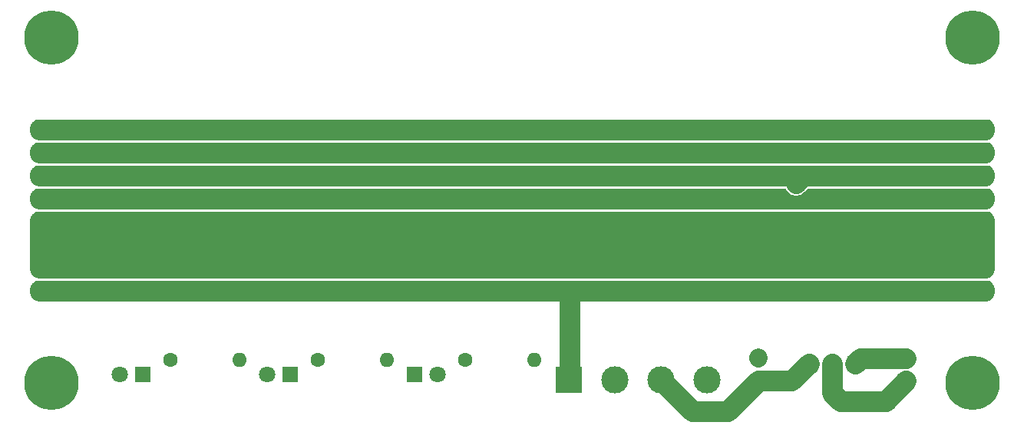
<source format=gbr>
G04 #@! TF.FileFunction,Copper,L2,Bot,Signal*
%FSLAX46Y46*%
G04 Gerber Fmt 4.6, Leading zero omitted, Abs format (unit mm)*
G04 Created by KiCad (PCBNEW 4.0.6) date Wed Jun 28 00:25:45 2017*
%MOMM*%
%LPD*%
G01*
G04 APERTURE LIST*
%ADD10C,0.100000*%
%ADD11R,1.727200X1.727200*%
%ADD12O,1.727200X1.727200*%
%ADD13R,1.700000X1.700000*%
%ADD14O,1.700000X1.700000*%
%ADD15R,1.600000X1.600000*%
%ADD16C,1.600000*%
%ADD17R,1.800000X1.800000*%
%ADD18C,1.800000*%
%ADD19C,3.000000*%
%ADD20R,3.000000X3.000000*%
%ADD21O,1.600000X1.600000*%
%ADD22O,1.800000X1.800000*%
%ADD23C,6.000000*%
%ADD24C,0.600000*%
%ADD25C,0.685800*%
%ADD26C,2.286000*%
%ADD27C,2.032000*%
%ADD28C,0.254000*%
G04 APERTURE END LIST*
D10*
D11*
X69850000Y-76200000D03*
D12*
X72390000Y-76200000D03*
X69850000Y-78740000D03*
X72390000Y-78740000D03*
X69850000Y-81280000D03*
X72390000Y-81280000D03*
X69850000Y-83820000D03*
X72390000Y-83820000D03*
X69850000Y-86360000D03*
X72390000Y-86360000D03*
X69850000Y-88900000D03*
X72390000Y-88900000D03*
X69850000Y-91440000D03*
X72390000Y-91440000D03*
X69850000Y-93980000D03*
X72390000Y-93980000D03*
D11*
X171450000Y-76200000D03*
D12*
X173990000Y-76200000D03*
X171450000Y-78740000D03*
X173990000Y-78740000D03*
X171450000Y-81280000D03*
X173990000Y-81280000D03*
X171450000Y-83820000D03*
X173990000Y-83820000D03*
X171450000Y-86360000D03*
X173990000Y-86360000D03*
X171450000Y-88900000D03*
X173990000Y-88900000D03*
X171450000Y-91440000D03*
X173990000Y-91440000D03*
X171450000Y-93980000D03*
X173990000Y-93980000D03*
D11*
X120650000Y-76200000D03*
D12*
X123190000Y-76200000D03*
X120650000Y-78740000D03*
X123190000Y-78740000D03*
X120650000Y-81280000D03*
X123190000Y-81280000D03*
X120650000Y-83820000D03*
X123190000Y-83820000D03*
X120650000Y-86360000D03*
X123190000Y-86360000D03*
X120650000Y-88900000D03*
X123190000Y-88900000D03*
X120650000Y-91440000D03*
X123190000Y-91440000D03*
X120650000Y-93980000D03*
X123190000Y-93980000D03*
D11*
X133350000Y-76200000D03*
D12*
X135890000Y-76200000D03*
X133350000Y-78740000D03*
X135890000Y-78740000D03*
X133350000Y-81280000D03*
X135890000Y-81280000D03*
X133350000Y-83820000D03*
X135890000Y-83820000D03*
X133350000Y-86360000D03*
X135890000Y-86360000D03*
X133350000Y-88900000D03*
X135890000Y-88900000D03*
X133350000Y-91440000D03*
X135890000Y-91440000D03*
X133350000Y-93980000D03*
X135890000Y-93980000D03*
D11*
X146050000Y-76200000D03*
D12*
X148590000Y-76200000D03*
X146050000Y-78740000D03*
X148590000Y-78740000D03*
X146050000Y-81280000D03*
X148590000Y-81280000D03*
X146050000Y-83820000D03*
X148590000Y-83820000D03*
X146050000Y-86360000D03*
X148590000Y-86360000D03*
X146050000Y-88900000D03*
X148590000Y-88900000D03*
X146050000Y-91440000D03*
X148590000Y-91440000D03*
X146050000Y-93980000D03*
X148590000Y-93980000D03*
D11*
X158750000Y-76200000D03*
D12*
X161290000Y-76200000D03*
X158750000Y-78740000D03*
X161290000Y-78740000D03*
X158750000Y-81280000D03*
X161290000Y-81280000D03*
X158750000Y-83820000D03*
X161290000Y-83820000D03*
X158750000Y-86360000D03*
X161290000Y-86360000D03*
X158750000Y-88900000D03*
X161290000Y-88900000D03*
X158750000Y-91440000D03*
X161290000Y-91440000D03*
X158750000Y-93980000D03*
X161290000Y-93980000D03*
D13*
X171450000Y-76200000D03*
D14*
X173990000Y-76200000D03*
X171450000Y-78740000D03*
X173990000Y-78740000D03*
X171450000Y-81280000D03*
X173990000Y-81280000D03*
X171450000Y-83820000D03*
X173990000Y-83820000D03*
X171450000Y-86360000D03*
X173990000Y-86360000D03*
X171450000Y-88900000D03*
X173990000Y-88900000D03*
X171450000Y-91440000D03*
X173990000Y-91440000D03*
X171450000Y-93980000D03*
X173990000Y-93980000D03*
D13*
X72390000Y-76200000D03*
D14*
X69850000Y-76200000D03*
X72390000Y-78740000D03*
X69850000Y-78740000D03*
X72390000Y-81280000D03*
X69850000Y-81280000D03*
X72390000Y-83820000D03*
X69850000Y-83820000D03*
X72390000Y-86360000D03*
X69850000Y-86360000D03*
X72390000Y-88900000D03*
X69850000Y-88900000D03*
X72390000Y-91440000D03*
X69850000Y-91440000D03*
X72390000Y-93980000D03*
X69850000Y-93980000D03*
D15*
X149072600Y-103936800D03*
D16*
X149072600Y-101436800D03*
D15*
X165328600Y-103936800D03*
D16*
X165328600Y-101436800D03*
D17*
X111125000Y-103251000D03*
D18*
X113665000Y-103251000D03*
D17*
X97409000Y-103251000D03*
D18*
X94869000Y-103251000D03*
D17*
X81153000Y-103251000D03*
D18*
X78613000Y-103251000D03*
D19*
X133273800Y-103835200D03*
X138353800Y-103835200D03*
D20*
X128193800Y-103835200D03*
D19*
X143433800Y-103835200D03*
D16*
X116713000Y-101600000D03*
D21*
X124333000Y-101600000D03*
D16*
X100457000Y-101600000D03*
D21*
X108077000Y-101600000D03*
D16*
X84201000Y-101600000D03*
D21*
X91821000Y-101600000D03*
D17*
X159740600Y-102031800D03*
D22*
X157200600Y-102031800D03*
X154660600Y-102031800D03*
D11*
X82550000Y-76200000D03*
D12*
X85090000Y-76200000D03*
X82550000Y-78740000D03*
X85090000Y-78740000D03*
X82550000Y-81280000D03*
X85090000Y-81280000D03*
X82550000Y-83820000D03*
X85090000Y-83820000D03*
X82550000Y-86360000D03*
X85090000Y-86360000D03*
X82550000Y-88900000D03*
X85090000Y-88900000D03*
X82550000Y-91440000D03*
X85090000Y-91440000D03*
X82550000Y-93980000D03*
X85090000Y-93980000D03*
D11*
X95250000Y-76200000D03*
D12*
X97790000Y-76200000D03*
X95250000Y-78740000D03*
X97790000Y-78740000D03*
X95250000Y-81280000D03*
X97790000Y-81280000D03*
X95250000Y-83820000D03*
X97790000Y-83820000D03*
X95250000Y-86360000D03*
X97790000Y-86360000D03*
X95250000Y-88900000D03*
X97790000Y-88900000D03*
X95250000Y-91440000D03*
X97790000Y-91440000D03*
X95250000Y-93980000D03*
X97790000Y-93980000D03*
D11*
X107950000Y-76200000D03*
D12*
X110490000Y-76200000D03*
X107950000Y-78740000D03*
X110490000Y-78740000D03*
X107950000Y-81280000D03*
X110490000Y-81280000D03*
X107950000Y-83820000D03*
X110490000Y-83820000D03*
X107950000Y-86360000D03*
X110490000Y-86360000D03*
X107950000Y-88900000D03*
X110490000Y-88900000D03*
X107950000Y-91440000D03*
X110490000Y-91440000D03*
X107950000Y-93980000D03*
X110490000Y-93980000D03*
D23*
X71120000Y-104140000D03*
D24*
X73370000Y-104140000D03*
X72710990Y-105730990D03*
X71120000Y-106390000D03*
X69529010Y-105730990D03*
X68870000Y-104140000D03*
X69529010Y-102549010D03*
X71120000Y-101890000D03*
X72710990Y-102549010D03*
D23*
X71120000Y-66040000D03*
D24*
X73370000Y-66040000D03*
X72710990Y-67630990D03*
X71120000Y-68290000D03*
X69529010Y-67630990D03*
X68870000Y-66040000D03*
X69529010Y-64449010D03*
X71120000Y-63790000D03*
X72710990Y-64449010D03*
D23*
X172720000Y-104140000D03*
D24*
X174970000Y-104140000D03*
X174310990Y-105730990D03*
X172720000Y-106390000D03*
X171129010Y-105730990D03*
X170470000Y-104140000D03*
X171129010Y-102549010D03*
X172720000Y-101890000D03*
X174310990Y-102549010D03*
D23*
X172720000Y-66040000D03*
D24*
X174970000Y-66040000D03*
X174310990Y-67630990D03*
X172720000Y-68290000D03*
X171129010Y-67630990D03*
X170470000Y-66040000D03*
X171129010Y-64449010D03*
X172720000Y-63790000D03*
X174310990Y-64449010D03*
D25*
X155321000Y-81356200D03*
X90170000Y-81280000D03*
X140970000Y-83820000D03*
X102870000Y-83820000D03*
X151765000Y-88900000D03*
X166370000Y-88900000D03*
X128270000Y-88900000D03*
X115570000Y-88900000D03*
X91440000Y-88900000D03*
X77470000Y-88900000D03*
D26*
X154000200Y-81356200D02*
X153187400Y-82169000D01*
X155321000Y-81356200D02*
X154000200Y-81356200D01*
X157200600Y-102031800D02*
X157226000Y-102057200D01*
X157226000Y-102057200D02*
X157226000Y-105283000D01*
X157226000Y-105283000D02*
X158115000Y-106172000D01*
X158115000Y-106172000D02*
X163093400Y-106172000D01*
X163093400Y-106172000D02*
X165328600Y-103936800D01*
X138353800Y-103835200D02*
X141833600Y-107315000D01*
X145694400Y-107315000D02*
X149072600Y-103936800D01*
X141833600Y-107315000D02*
X145694400Y-107315000D01*
X149072600Y-103936800D02*
X149085300Y-103949500D01*
X149085300Y-103949500D02*
X152742900Y-103949500D01*
X152742900Y-103949500D02*
X154660600Y-102031800D01*
X159740600Y-102031800D02*
X160335600Y-101436800D01*
X160335600Y-101436800D02*
X165328600Y-101436800D01*
D27*
X149072600Y-101436800D02*
X149112600Y-101396800D01*
D26*
X128193800Y-103835200D02*
X128270000Y-103759000D01*
X128270000Y-103759000D02*
X128270000Y-93980000D01*
D28*
G36*
X174466130Y-85412752D02*
X174748545Y-85601455D01*
X174937248Y-85883870D01*
X175006000Y-86229509D01*
X175006000Y-91570491D01*
X174937248Y-91916130D01*
X174748545Y-92198545D01*
X174466130Y-92387248D01*
X174120491Y-92456000D01*
X69719509Y-92456000D01*
X69373870Y-92387248D01*
X69091455Y-92198545D01*
X68902752Y-91916130D01*
X68834000Y-91570491D01*
X68834000Y-86229509D01*
X68902752Y-85883870D01*
X69091455Y-85601455D01*
X69373870Y-85412752D01*
X69719509Y-85344000D01*
X174120491Y-85344000D01*
X174466130Y-85412752D01*
X174466130Y-85412752D01*
G37*
X174466130Y-85412752D02*
X174748545Y-85601455D01*
X174937248Y-85883870D01*
X175006000Y-86229509D01*
X175006000Y-91570491D01*
X174937248Y-91916130D01*
X174748545Y-92198545D01*
X174466130Y-92387248D01*
X174120491Y-92456000D01*
X69719509Y-92456000D01*
X69373870Y-92387248D01*
X69091455Y-92198545D01*
X68902752Y-91916130D01*
X68834000Y-91570491D01*
X68834000Y-86229509D01*
X68902752Y-85883870D01*
X69091455Y-85601455D01*
X69373870Y-85412752D01*
X69719509Y-85344000D01*
X174120491Y-85344000D01*
X174466130Y-85412752D01*
G36*
X174466130Y-93032752D02*
X174748545Y-93221455D01*
X174937248Y-93503870D01*
X175006000Y-93849509D01*
X175006000Y-94110491D01*
X174937248Y-94456130D01*
X174748545Y-94738545D01*
X174466130Y-94927248D01*
X174120491Y-94996000D01*
X69719509Y-94996000D01*
X69373870Y-94927248D01*
X69091455Y-94738545D01*
X68902752Y-94456130D01*
X68834000Y-94110491D01*
X68834000Y-93849509D01*
X68902752Y-93503870D01*
X69091455Y-93221455D01*
X69373870Y-93032752D01*
X69719509Y-92964000D01*
X174120491Y-92964000D01*
X174466130Y-93032752D01*
X174466130Y-93032752D01*
G37*
X174466130Y-93032752D02*
X174748545Y-93221455D01*
X174937248Y-93503870D01*
X175006000Y-93849509D01*
X175006000Y-94110491D01*
X174937248Y-94456130D01*
X174748545Y-94738545D01*
X174466130Y-94927248D01*
X174120491Y-94996000D01*
X69719509Y-94996000D01*
X69373870Y-94927248D01*
X69091455Y-94738545D01*
X68902752Y-94456130D01*
X68834000Y-94110491D01*
X68834000Y-93849509D01*
X68902752Y-93503870D01*
X69091455Y-93221455D01*
X69373870Y-93032752D01*
X69719509Y-92964000D01*
X174120491Y-92964000D01*
X174466130Y-93032752D01*
G36*
X152181611Y-83174789D02*
X152643071Y-83483126D01*
X153187400Y-83591400D01*
X153731729Y-83483126D01*
X154193189Y-83174789D01*
X154563978Y-82804000D01*
X174120491Y-82804000D01*
X174466130Y-82872752D01*
X174748545Y-83061455D01*
X174937248Y-83343870D01*
X175006000Y-83689509D01*
X175006000Y-83950491D01*
X174937248Y-84296130D01*
X174748545Y-84578545D01*
X174466130Y-84767248D01*
X174120491Y-84836000D01*
X69719509Y-84836000D01*
X69373870Y-84767248D01*
X69091455Y-84578545D01*
X68902752Y-84296130D01*
X68834000Y-83950491D01*
X68834000Y-83689509D01*
X68902752Y-83343870D01*
X69091455Y-83061455D01*
X69373870Y-82872752D01*
X69719509Y-82804000D01*
X151933858Y-82804000D01*
X152181611Y-83174789D01*
X152181611Y-83174789D01*
G37*
X152181611Y-83174789D02*
X152643071Y-83483126D01*
X153187400Y-83591400D01*
X153731729Y-83483126D01*
X154193189Y-83174789D01*
X154563978Y-82804000D01*
X174120491Y-82804000D01*
X174466130Y-82872752D01*
X174748545Y-83061455D01*
X174937248Y-83343870D01*
X175006000Y-83689509D01*
X175006000Y-83950491D01*
X174937248Y-84296130D01*
X174748545Y-84578545D01*
X174466130Y-84767248D01*
X174120491Y-84836000D01*
X69719509Y-84836000D01*
X69373870Y-84767248D01*
X69091455Y-84578545D01*
X68902752Y-84296130D01*
X68834000Y-83950491D01*
X68834000Y-83689509D01*
X68902752Y-83343870D01*
X69091455Y-83061455D01*
X69373870Y-82872752D01*
X69719509Y-82804000D01*
X151933858Y-82804000D01*
X152181611Y-83174789D01*
G36*
X174466130Y-80332752D02*
X174748545Y-80521455D01*
X174937248Y-80803870D01*
X175006000Y-81149509D01*
X175006000Y-81410491D01*
X174937248Y-81756130D01*
X174748545Y-82038545D01*
X174466130Y-82227248D01*
X174120491Y-82296000D01*
X69719509Y-82296000D01*
X69373870Y-82227248D01*
X69091455Y-82038545D01*
X68902752Y-81756130D01*
X68834000Y-81410491D01*
X68834000Y-81149509D01*
X68902752Y-80803870D01*
X69091455Y-80521455D01*
X69373870Y-80332752D01*
X69719509Y-80264000D01*
X174120491Y-80264000D01*
X174466130Y-80332752D01*
X174466130Y-80332752D01*
G37*
X174466130Y-80332752D02*
X174748545Y-80521455D01*
X174937248Y-80803870D01*
X175006000Y-81149509D01*
X175006000Y-81410491D01*
X174937248Y-81756130D01*
X174748545Y-82038545D01*
X174466130Y-82227248D01*
X174120491Y-82296000D01*
X69719509Y-82296000D01*
X69373870Y-82227248D01*
X69091455Y-82038545D01*
X68902752Y-81756130D01*
X68834000Y-81410491D01*
X68834000Y-81149509D01*
X68902752Y-80803870D01*
X69091455Y-80521455D01*
X69373870Y-80332752D01*
X69719509Y-80264000D01*
X174120491Y-80264000D01*
X174466130Y-80332752D01*
G36*
X174466130Y-77792752D02*
X174748545Y-77981455D01*
X174937248Y-78263870D01*
X175006000Y-78609509D01*
X175006000Y-78870491D01*
X174937248Y-79216130D01*
X174748545Y-79498545D01*
X174466130Y-79687248D01*
X174120491Y-79756000D01*
X69719509Y-79756000D01*
X69373870Y-79687248D01*
X69091455Y-79498545D01*
X68902752Y-79216130D01*
X68834000Y-78870491D01*
X68834000Y-78609509D01*
X68902752Y-78263870D01*
X69091455Y-77981455D01*
X69373870Y-77792752D01*
X69719509Y-77724000D01*
X174120491Y-77724000D01*
X174466130Y-77792752D01*
X174466130Y-77792752D01*
G37*
X174466130Y-77792752D02*
X174748545Y-77981455D01*
X174937248Y-78263870D01*
X175006000Y-78609509D01*
X175006000Y-78870491D01*
X174937248Y-79216130D01*
X174748545Y-79498545D01*
X174466130Y-79687248D01*
X174120491Y-79756000D01*
X69719509Y-79756000D01*
X69373870Y-79687248D01*
X69091455Y-79498545D01*
X68902752Y-79216130D01*
X68834000Y-78870491D01*
X68834000Y-78609509D01*
X68902752Y-78263870D01*
X69091455Y-77981455D01*
X69373870Y-77792752D01*
X69719509Y-77724000D01*
X174120491Y-77724000D01*
X174466130Y-77792752D01*
G36*
X174466130Y-75252752D02*
X174748545Y-75441455D01*
X174937248Y-75723870D01*
X175006000Y-76069509D01*
X175006000Y-76330491D01*
X174937248Y-76676130D01*
X174748545Y-76958545D01*
X174466130Y-77147248D01*
X174120491Y-77216000D01*
X69719509Y-77216000D01*
X69373870Y-77147248D01*
X69091455Y-76958545D01*
X68902752Y-76676130D01*
X68834000Y-76330491D01*
X68834000Y-76069509D01*
X68902752Y-75723870D01*
X69091455Y-75441455D01*
X69373870Y-75252752D01*
X69719509Y-75184000D01*
X174120491Y-75184000D01*
X174466130Y-75252752D01*
X174466130Y-75252752D01*
G37*
X174466130Y-75252752D02*
X174748545Y-75441455D01*
X174937248Y-75723870D01*
X175006000Y-76069509D01*
X175006000Y-76330491D01*
X174937248Y-76676130D01*
X174748545Y-76958545D01*
X174466130Y-77147248D01*
X174120491Y-77216000D01*
X69719509Y-77216000D01*
X69373870Y-77147248D01*
X69091455Y-76958545D01*
X68902752Y-76676130D01*
X68834000Y-76330491D01*
X68834000Y-76069509D01*
X68902752Y-75723870D01*
X69091455Y-75441455D01*
X69373870Y-75252752D01*
X69719509Y-75184000D01*
X174120491Y-75184000D01*
X174466130Y-75252752D01*
M02*

</source>
